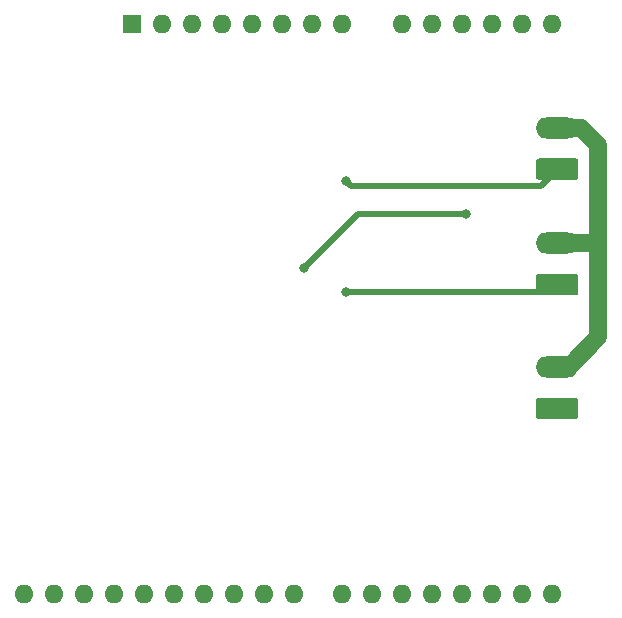
<source format=gbr>
G04 #@! TF.GenerationSoftware,KiCad,Pcbnew,5.1.5+dfsg1-2build2*
G04 #@! TF.CreationDate,2020-08-23T11:23:10+01:00*
G04 #@! TF.ProjectId,psoc6_beacon_gateway,70736f63-365f-4626-9561-636f6e5f6761,rev?*
G04 #@! TF.SameCoordinates,Original*
G04 #@! TF.FileFunction,Copper,L2,Bot*
G04 #@! TF.FilePolarity,Positive*
%FSLAX46Y46*%
G04 Gerber Fmt 4.6, Leading zero omitted, Abs format (unit mm)*
G04 Created by KiCad (PCBNEW 5.1.5+dfsg1-2build2) date 2020-08-23 11:23:10*
%MOMM*%
%LPD*%
G04 APERTURE LIST*
%ADD10O,3.600000X1.800000*%
%ADD11C,0.100000*%
%ADD12O,1.600000X1.600000*%
%ADD13R,1.600000X1.600000*%
%ADD14C,0.800000*%
%ADD15C,0.508000*%
%ADD16C,1.524000*%
G04 APERTURE END LIST*
D10*
X-28384500Y-2088000D03*
G04 #@! TA.AperFunction,ComponentPad*
D11*
G36*
X-26809996Y-4689204D02*
G01*
X-26785727Y-4692804D01*
X-26761929Y-4698765D01*
X-26738829Y-4707030D01*
X-26716651Y-4717520D01*
X-26695607Y-4730133D01*
X-26675902Y-4744747D01*
X-26657723Y-4761223D01*
X-26641247Y-4779402D01*
X-26626633Y-4799107D01*
X-26614020Y-4820151D01*
X-26603530Y-4842329D01*
X-26595265Y-4865429D01*
X-26589304Y-4889227D01*
X-26585704Y-4913496D01*
X-26584500Y-4938000D01*
X-26584500Y-6238000D01*
X-26585704Y-6262504D01*
X-26589304Y-6286773D01*
X-26595265Y-6310571D01*
X-26603530Y-6333671D01*
X-26614020Y-6355849D01*
X-26626633Y-6376893D01*
X-26641247Y-6396598D01*
X-26657723Y-6414777D01*
X-26675902Y-6431253D01*
X-26695607Y-6445867D01*
X-26716651Y-6458480D01*
X-26738829Y-6468970D01*
X-26761929Y-6477235D01*
X-26785727Y-6483196D01*
X-26809996Y-6486796D01*
X-26834500Y-6488000D01*
X-29934500Y-6488000D01*
X-29959004Y-6486796D01*
X-29983273Y-6483196D01*
X-30007071Y-6477235D01*
X-30030171Y-6468970D01*
X-30052349Y-6458480D01*
X-30073393Y-6445867D01*
X-30093098Y-6431253D01*
X-30111277Y-6414777D01*
X-30127753Y-6396598D01*
X-30142367Y-6376893D01*
X-30154980Y-6355849D01*
X-30165470Y-6333671D01*
X-30173735Y-6310571D01*
X-30179696Y-6286773D01*
X-30183296Y-6262504D01*
X-30184500Y-6238000D01*
X-30184500Y-4938000D01*
X-30183296Y-4913496D01*
X-30179696Y-4889227D01*
X-30173735Y-4865429D01*
X-30165470Y-4842329D01*
X-30154980Y-4820151D01*
X-30142367Y-4799107D01*
X-30127753Y-4779402D01*
X-30111277Y-4761223D01*
X-30093098Y-4744747D01*
X-30073393Y-4730133D01*
X-30052349Y-4717520D01*
X-30030171Y-4707030D01*
X-30007071Y-4698765D01*
X-29983273Y-4692804D01*
X-29959004Y-4689204D01*
X-29934500Y-4688000D01*
X-26834500Y-4688000D01*
X-26809996Y-4689204D01*
G37*
G04 #@! TD.AperFunction*
D10*
X-28384500Y-11867000D03*
G04 #@! TA.AperFunction,ComponentPad*
D11*
G36*
X-26809996Y-14468204D02*
G01*
X-26785727Y-14471804D01*
X-26761929Y-14477765D01*
X-26738829Y-14486030D01*
X-26716651Y-14496520D01*
X-26695607Y-14509133D01*
X-26675902Y-14523747D01*
X-26657723Y-14540223D01*
X-26641247Y-14558402D01*
X-26626633Y-14578107D01*
X-26614020Y-14599151D01*
X-26603530Y-14621329D01*
X-26595265Y-14644429D01*
X-26589304Y-14668227D01*
X-26585704Y-14692496D01*
X-26584500Y-14717000D01*
X-26584500Y-16017000D01*
X-26585704Y-16041504D01*
X-26589304Y-16065773D01*
X-26595265Y-16089571D01*
X-26603530Y-16112671D01*
X-26614020Y-16134849D01*
X-26626633Y-16155893D01*
X-26641247Y-16175598D01*
X-26657723Y-16193777D01*
X-26675902Y-16210253D01*
X-26695607Y-16224867D01*
X-26716651Y-16237480D01*
X-26738829Y-16247970D01*
X-26761929Y-16256235D01*
X-26785727Y-16262196D01*
X-26809996Y-16265796D01*
X-26834500Y-16267000D01*
X-29934500Y-16267000D01*
X-29959004Y-16265796D01*
X-29983273Y-16262196D01*
X-30007071Y-16256235D01*
X-30030171Y-16247970D01*
X-30052349Y-16237480D01*
X-30073393Y-16224867D01*
X-30093098Y-16210253D01*
X-30111277Y-16193777D01*
X-30127753Y-16175598D01*
X-30142367Y-16155893D01*
X-30154980Y-16134849D01*
X-30165470Y-16112671D01*
X-30173735Y-16089571D01*
X-30179696Y-16065773D01*
X-30183296Y-16041504D01*
X-30184500Y-16017000D01*
X-30184500Y-14717000D01*
X-30183296Y-14692496D01*
X-30179696Y-14668227D01*
X-30173735Y-14644429D01*
X-30165470Y-14621329D01*
X-30154980Y-14599151D01*
X-30142367Y-14578107D01*
X-30127753Y-14558402D01*
X-30111277Y-14540223D01*
X-30093098Y-14523747D01*
X-30073393Y-14509133D01*
X-30052349Y-14496520D01*
X-30030171Y-14486030D01*
X-30007071Y-14477765D01*
X-29983273Y-14471804D01*
X-29959004Y-14468204D01*
X-29934500Y-14467000D01*
X-26834500Y-14467000D01*
X-26809996Y-14468204D01*
G37*
G04 #@! TD.AperFunction*
D10*
X-28384500Y-22344500D03*
G04 #@! TA.AperFunction,ComponentPad*
D11*
G36*
X-26809996Y-24945704D02*
G01*
X-26785727Y-24949304D01*
X-26761929Y-24955265D01*
X-26738829Y-24963530D01*
X-26716651Y-24974020D01*
X-26695607Y-24986633D01*
X-26675902Y-25001247D01*
X-26657723Y-25017723D01*
X-26641247Y-25035902D01*
X-26626633Y-25055607D01*
X-26614020Y-25076651D01*
X-26603530Y-25098829D01*
X-26595265Y-25121929D01*
X-26589304Y-25145727D01*
X-26585704Y-25169996D01*
X-26584500Y-25194500D01*
X-26584500Y-26494500D01*
X-26585704Y-26519004D01*
X-26589304Y-26543273D01*
X-26595265Y-26567071D01*
X-26603530Y-26590171D01*
X-26614020Y-26612349D01*
X-26626633Y-26633393D01*
X-26641247Y-26653098D01*
X-26657723Y-26671277D01*
X-26675902Y-26687753D01*
X-26695607Y-26702367D01*
X-26716651Y-26714980D01*
X-26738829Y-26725470D01*
X-26761929Y-26733735D01*
X-26785727Y-26739696D01*
X-26809996Y-26743296D01*
X-26834500Y-26744500D01*
X-29934500Y-26744500D01*
X-29959004Y-26743296D01*
X-29983273Y-26739696D01*
X-30007071Y-26733735D01*
X-30030171Y-26725470D01*
X-30052349Y-26714980D01*
X-30073393Y-26702367D01*
X-30093098Y-26687753D01*
X-30111277Y-26671277D01*
X-30127753Y-26653098D01*
X-30142367Y-26633393D01*
X-30154980Y-26612349D01*
X-30165470Y-26590171D01*
X-30173735Y-26567071D01*
X-30179696Y-26543273D01*
X-30183296Y-26519004D01*
X-30184500Y-26494500D01*
X-30184500Y-25194500D01*
X-30183296Y-25169996D01*
X-30179696Y-25145727D01*
X-30173735Y-25121929D01*
X-30165470Y-25098829D01*
X-30154980Y-25076651D01*
X-30142367Y-25055607D01*
X-30127753Y-25035902D01*
X-30111277Y-25017723D01*
X-30093098Y-25001247D01*
X-30073393Y-24986633D01*
X-30052349Y-24974020D01*
X-30030171Y-24963530D01*
X-30007071Y-24955265D01*
X-29983273Y-24949304D01*
X-29959004Y-24945704D01*
X-29934500Y-24944500D01*
X-26834500Y-24944500D01*
X-26809996Y-24945704D01*
G37*
G04 #@! TD.AperFunction*
D12*
X-73507999Y-41550001D03*
X-70967999Y-41550001D03*
D13*
X-64367999Y6709999D03*
D12*
X-33887999Y-41550001D03*
X-61827999Y6709999D03*
X-36427999Y-41550001D03*
X-59287999Y6709999D03*
X-38967999Y-41550001D03*
X-56747999Y6709999D03*
X-41507999Y-41550001D03*
X-54207999Y6709999D03*
X-44047999Y-41550001D03*
X-51667999Y6709999D03*
X-46587999Y-41550001D03*
X-49127999Y6709999D03*
X-50647999Y-41550001D03*
X-46587999Y6709999D03*
X-53187999Y-41550001D03*
X-41507999Y6709999D03*
X-55727999Y-41550001D03*
X-38967999Y6709999D03*
X-58267999Y-41550001D03*
X-36427999Y6709999D03*
X-60807999Y-41550001D03*
X-33887999Y6709999D03*
X-63347999Y-41550001D03*
X-31347999Y6709999D03*
X-65887999Y-41550001D03*
X-28807999Y6709999D03*
X-68427999Y-41550001D03*
X-28807999Y-41550001D03*
X-31347999Y-41550001D03*
D14*
X-46228000Y-16002000D03*
X-49784000Y-13970000D03*
X-36068000Y-9398000D03*
X-46228000Y-6604000D03*
D15*
X-29019500Y-16002000D02*
X-28384500Y-15367000D01*
X-46228000Y-16002000D02*
X-29019500Y-16002000D01*
X-45212000Y-9398000D02*
X-36068000Y-9398000D01*
X-49784000Y-13970000D02*
X-45212000Y-9398000D01*
X-29284500Y-6488000D02*
X-28384500Y-5588000D01*
X-29800499Y-7003999D02*
X-29284500Y-6488000D01*
X-45828001Y-7003999D02*
X-29800499Y-7003999D01*
X-46228000Y-6604000D02*
X-45828001Y-7003999D01*
D16*
X-26360000Y-2088000D02*
X-28384500Y-2088000D01*
X-24892000Y-3556000D02*
X-26360000Y-2088000D01*
X-27424500Y-22344500D02*
X-24892000Y-19812000D01*
X-28384500Y-22344500D02*
X-27424500Y-22344500D01*
X-24892000Y-11698500D02*
X-24892000Y-11684000D01*
X-25060500Y-11867000D02*
X-24892000Y-11698500D01*
X-28384500Y-11867000D02*
X-25060500Y-11867000D01*
X-24892000Y-11684000D02*
X-24892000Y-3556000D01*
X-24892000Y-19812000D02*
X-24892000Y-11684000D01*
M02*

</source>
